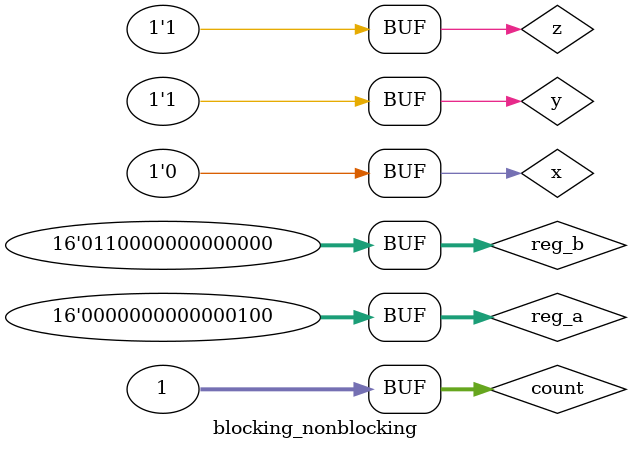
<source format=v>
module blocking_nonblocking;

reg x, y, z;
reg [15:0] reg_a, reg_b;
integer count;

//All behavioral statements must be inside an initial or always block
initial
begin
	x = 0; y = 1; z = 1; //Scalar assignments
	count = 0; //Assignment to integer variables
	reg_a = 16'b0; reg_b = reg_a; //Initialize vectors

	reg_a[2] <= #15 1'b1; //Bit select assignment with delay
	reg_b[15:13] <= #10 {x, y, z}; //Assign result of concatenation to part select of a vector
	count <= count + 1; //Assignment to an integer (increment)
end
endmodule

/*
In this example, the statements x = 0 through reg_b = reg_a are executed sequentially at
time 0. Then the three nonblocking assignments are processed at the same simulation
time.
1. reg_a[2] = 0 is scheduled to execute after 15 units (i.e., time = 15)
2. reg_b[15:13] = {x, y, z} is scheduled to execute after 10 time units (i.e.,
time = 10)
3. count = count + 1 is scheduled to be executed without any delay (i.e., time = 0)
*/
</source>
